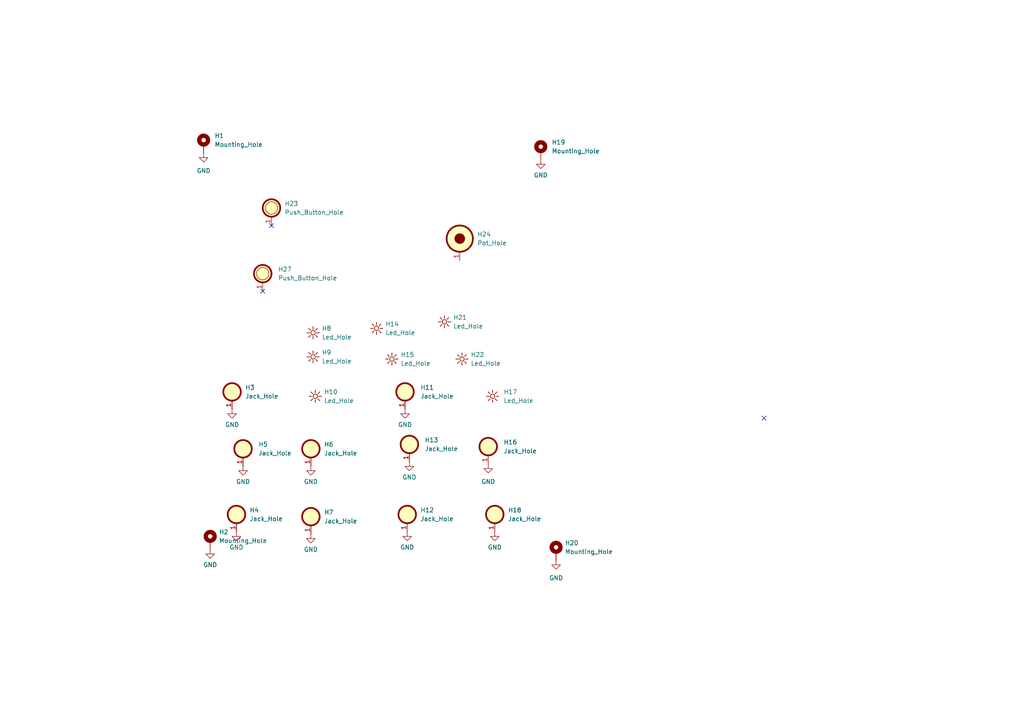
<source format=kicad_sch>
(kicad_sch (version 20211123) (generator eeschema)
  (paper "A4")
  (lib_symbols
    (symbol "Kosmo:Jack_Hole" (pin_names (offset 1.016))
      (property "Reference" "H" (at 3.81 1.27 0))
      (property "Value" "Jack_Hole" (at 7.62 -1.27 0))
      (symbol "Jack_Hole_1_1"
        (circle (center 0 0) (radius 2.54) (stroke (width 0.508)) (fill (type background)))
        (pin passive line (at 0 -5.08 90) (length 2.54) (name "~") (number "1"))
      )
    )
    (symbol "Kosmo:Led_Hole" (pin_names (offset 1.016))
      (property "Reference" "H" (at 2.413 1.397 0))
      (property "Value" "Led_Hole" (at 6.223 -1.143 0))
      (symbol "Led_Hole_1_1"
        (polyline (pts (xy -1.016 0) (xy -1.778 0)) (stroke (width 0.2032)))
        (polyline (pts (xy -0.762 -0.762) (xy -1.27 -1.27)) (stroke (width 0.2032)))
        (polyline (pts (xy -0.762 0.762) (xy -1.27 1.27)) (stroke (width 0.2032)))
        (polyline (pts (xy 0 -1.778) (xy 0 -1.016)) (stroke (width 0.2032)))
        (polyline (pts (xy 0 1.016) (xy 0 1.778)) (stroke (width 0.2032)))
        (polyline (pts (xy 1.27 -1.27) (xy 0.762 -0.762)) (stroke (width 0.2032)))
        (polyline (pts (xy 1.27 1.27) (xy 0.762 0.762)) (stroke (width 0.2032)))
        (polyline (pts (xy 1.778 0) (xy 1.016 0)) (stroke (width 0.2032)))
        (circle (center 0 0) (radius 0.635) (stroke (width 0.2032)) (fill (type background)))
      )
    )
    (symbol "Kosmo:Mounting_Hole" (pin_numbers hide) (pin_names (offset 1.016) hide)
      (property "Reference" "H" (at 0 6.35 0))
      (property "Value" "Mounting_Hole" (at 0 4.445 0))
      (symbol "Mounting_Hole_0_1"
        (circle (center 0 1.27) (radius 1.27) (stroke (width 1.27)))
      )
      (symbol "Mounting_Hole_1_1"
        (pin input line (at 0 -2.54 90) (length 2.54) (name "1") (number "1"))
      )
    )
    (symbol "Kosmo:Pot_Hole" (pin_names (offset 1.016))
      (property "Reference" "H" (at 4.826 1.397 0))
      (property "Value" "Pot_Hole" (at 8.128 -1.778 0))
      (symbol "Pot_Hole_0_1"
        (circle (center 0 0) (radius 1.27) (stroke (width 0.508)) (fill (type outline)))
        (circle (center 0 0) (radius 3.81) (stroke (width 0.508)) (fill (type background)))
      )
      (symbol "Pot_Hole_1_1"
        (pin passive line (at 0 -6.35 90) (length 2.54) (name "~") (number "1"))
      )
    )
    (symbol "Kosmo:Push_Button_Hole" (pin_names (offset 1.016))
      (property "Reference" "H" (at 3.81 1.27 0))
      (property "Value" "Push_Button_Hole" (at 7.62 -1.27 0))
      (symbol "Push_Button_Hole_0_1"
        (circle (center 0 0) (radius 1.8034) (fill (type background)))
      )
      (symbol "Push_Button_Hole_1_1"
        (circle (center 0 0) (radius 2.54) (stroke (width 0.508)) (fill (type background)))
        (pin passive line (at 0 -5.08 90) (length 2.54) (name "~") (number "1"))
      )
    )
    (symbol "power:GND" (power) (pin_names (offset 0))
      (property "Value" "GND" (at 0 -3.81 0))
      (symbol "GND_0_1"
        (polyline (pts (xy 0 0) (xy 0 -1.27) (xy 1.27 -1.27) (xy 0 -2.54) (xy -1.27 -1.27) (xy 0 -1.27)))
      )
      (symbol "GND_1_1"
        (pin power_in line (at 0 0 270) (length 0) hide (name "GND") (number "1"))
      )
    )
  )
  (no_connect (at 76.2 84.455))
  (no_connect (at 221.615 121.285))
  (no_connect (at 78.74 65.405))
  (symbol (lib_id "Kosmo:Led_Hole") (at 142.875 114.935 0) (unit 1)
    (property "Reference" "H17" (at 146.05 113.6649 0) (effects (justify left)))
    (property "Value" "Led_Hole" (at 146.05 116.2049 0) (effects (justify left)))
    (property "Footprint" "Kosmo_panel:Kosmo_LED_Hole" (effects hide))
  )
  (symbol (lib_id "Kosmo:Mounting_Hole") (at 161.29 160.02 0) (unit 1)
    (property "Reference" "H20" (at 163.83 157.4799 0) (effects (justify left)))
    (property "Value" "Mounting_Hole" (at 163.83 160.0199 0) (effects (justify left)))
    (property "Footprint" "Kosmo_panel:Kosmo_Panel_Mounting_Hole" (effects hide))
  )
  (symbol (lib_id "Kosmo:Jack_Hole") (at 68.58 149.225 0) (unit 1)
    (property "Reference" "H4" (at 72.39 147.9549 0) (effects (justify left)))
    (property "Value" "Jack_Hole" (at 72.39 150.4949 0) (effects (justify left)))
    (property "Footprint" "Kosmo_panel:Kosmo_Jack_Hole" (effects hide))
  )
  (symbol (lib_id "Kosmo:Led_Hole") (at 133.985 104.14 0) (unit 1)
    (property "Reference" "H22" (at 136.525 102.8699 0) (effects (justify left)))
    (property "Value" "Led_Hole" (at 136.525 105.4099 0) (effects (justify left)))
    (property "Footprint" "Kosmo_panel:Kosmo_LED_Hole" (effects hide))
  )
  (symbol (lib_id "power:GND") (at 90.17 154.94 0) (unit 1)
    (property "Reference" "#PWR0116" (effects hide))
    (property "Value" "GND" (at 90.17 159.385 0))
  )
  (symbol (lib_id "Kosmo:Jack_Hole") (at 70.485 130.175 0) (unit 1)
    (property "Reference" "H5" (at 74.93 128.9049 0) (effects (justify left)))
    (property "Value" "Jack_Hole" (at 74.93 131.4449 0) (effects (justify left)))
    (property "Footprint" "Kosmo_panel:Kosmo_Jack_Hole" (effects hide))
  )
  (symbol (lib_id "Kosmo:Led_Hole") (at 113.665 104.14 0) (unit 1)
    (property "Reference" "H15" (at 116.205 102.8699 0) (effects (justify left)))
    (property "Value" "Led_Hole" (at 116.205 105.4099 0) (effects (justify left)))
    (property "Footprint" "Kosmo_panel:Kosmo_LED_Hole" (effects hide))
  )
  (symbol (lib_id "Kosmo:Mounting_Hole") (at 156.845 43.815 0) (unit 1)
    (property "Reference" "H19" (at 160.02 41.2749 0) (effects (justify left)))
    (property "Value" "Mounting_Hole" (at 160.02 43.8149 0) (effects (justify left)))
    (property "Footprint" "Kosmo_panel:Kosmo_Panel_Mounting_Hole" (effects hide))
  )
  (symbol (lib_id "Kosmo:Jack_Hole") (at 117.475 113.665 0) (unit 1)
    (property "Reference" "H11" (at 121.92 112.3949 0) (effects (justify left)))
    (property "Value" "Jack_Hole" (at 121.92 114.9349 0) (effects (justify left)))
    (property "Footprint" "Kosmo_panel:Kosmo_Jack_Hole" (effects hide))
  )
  (symbol (lib_id "power:GND") (at 117.475 118.745 0) (unit 1)
    (property "Reference" "#PWR0107" (effects hide))
    (property "Value" "GND" (at 117.475 123.19 0))
  )
  (symbol (lib_id "Kosmo:Jack_Hole") (at 90.17 130.175 0) (unit 1)
    (property "Reference" "H6" (at 93.98 128.9049 0) (effects (justify left)))
    (property "Value" "Jack_Hole" (at 93.98 131.4449 0) (effects (justify left)))
    (property "Footprint" "Kosmo_panel:Kosmo_Jack_Hole" (effects hide))
  )
  (symbol (lib_id "power:GND") (at 60.96 159.385 0) (unit 1)
    (property "Reference" "#PWR0113" (effects hide))
    (property "Value" "GND" (at 60.96 163.83 0))
  )
  (symbol (lib_id "Kosmo:Jack_Hole") (at 118.11 149.225 0) (unit 1)
    (property "Reference" "H12" (at 121.92 147.9549 0) (effects (justify left)))
    (property "Value" "Jack_Hole" (at 121.92 150.4949 0) (effects (justify left)))
    (property "Footprint" "Kosmo_panel:Kosmo_Jack_Hole" (effects hide))
  )
  (symbol (lib_id "Kosmo:Push_Button_Hole") (at 76.2 79.375 0) (unit 1)
    (property "Reference" "H27" (at 80.645 78.1049 0) (effects (justify left)))
    (property "Value" "Push_Button_Hole" (at 80.645 80.6449 0) (effects (justify left)))
    (property "Footprint" "Kosmo_panel:Kosmo_Illum_Switch" (effects hide))
  )
  (symbol (lib_id "power:GND") (at 143.51 154.305 0) (unit 1)
    (property "Reference" "#PWR0110" (effects hide))
    (property "Value" "GND" (at 143.51 158.75 0))
  )
  (symbol (lib_id "Kosmo:Led_Hole") (at 109.22 95.25 0) (unit 1)
    (property "Reference" "H14" (at 111.76 93.9799 0) (effects (justify left)))
    (property "Value" "Led_Hole" (at 111.76 96.5199 0) (effects (justify left)))
    (property "Footprint" "Kosmo_panel:Kosmo_LED_Hole" (effects hide))
  )
  (symbol (lib_id "Kosmo:Mounting_Hole") (at 59.055 41.91 0) (unit 1)
    (property "Reference" "H1" (at 62.23 39.3699 0) (effects (justify left)))
    (property "Value" "Mounting_Hole" (at 62.23 41.9099 0) (effects (justify left)))
    (property "Footprint" "Kosmo_panel:Kosmo_Panel_Mounting_Hole" (effects hide))
  )
  (symbol (lib_id "power:GND") (at 90.17 135.255 0) (unit 1)
    (property "Reference" "#PWR0115" (effects hide))
    (property "Value" "GND" (at 90.17 139.7 0))
  )
  (symbol (lib_id "Kosmo:Jack_Hole") (at 141.605 129.54 0) (unit 1)
    (property "Reference" "H16" (at 146.05 128.2699 0) (effects (justify left)))
    (property "Value" "Jack_Hole" (at 146.05 130.8099 0) (effects (justify left)))
    (property "Footprint" "Kosmo_panel:Kosmo_Jack_Hole" (effects hide))
  )
  (symbol (lib_id "power:GND") (at 118.745 133.985 0) (unit 1)
    (property "Reference" "#PWR0106" (effects hide))
    (property "Value" "GND" (at 118.745 138.43 0))
  )
  (symbol (lib_id "Kosmo:Mounting_Hole") (at 60.96 156.845 0) (unit 1)
    (property "Reference" "H2" (at 63.5 154.3049 0) (effects (justify left)))
    (property "Value" "Mounting_Hole" (at 63.5 156.8449 0) (effects (justify left)))
    (property "Footprint" "Kosmo_panel:Kosmo_Panel_Mounting_Hole" (effects hide))
  )
  (symbol (lib_id "Kosmo:Led_Hole") (at 90.805 96.52 0) (unit 1)
    (property "Reference" "H8" (at 93.345 95.2499 0) (effects (justify left)))
    (property "Value" "Led_Hole" (at 93.345 97.7899 0) (effects (justify left)))
    (property "Footprint" "Kosmo_panel:Kosmo_LED_Hole" (effects hide))
  )
  (symbol (lib_id "Kosmo:Push_Button_Hole") (at 78.74 60.325 0) (unit 1)
    (property "Reference" "H23" (at 82.55 59.0549 0) (effects (justify left)))
    (property "Value" "Push_Button_Hole" (at 82.55 61.5949 0) (effects (justify left)))
    (property "Footprint" "Kosmo_panel:Kosmo_Illum_Switch" (effects hide))
  )
  (symbol (lib_id "Kosmo:Jack_Hole") (at 90.17 149.86 0) (unit 1)
    (property "Reference" "H7" (at 93.98 148.5899 0) (effects (justify left)))
    (property "Value" "Jack_Hole" (at 93.98 151.1299 0) (effects (justify left)))
    (property "Footprint" "Kosmo_panel:Kosmo_Jack_Hole" (effects hide))
  )
  (symbol (lib_id "power:GND") (at 68.58 154.305 0) (unit 1)
    (property "Reference" "#PWR0112" (effects hide))
    (property "Value" "GND" (at 68.58 158.75 0))
  )
  (symbol (lib_id "Kosmo:Led_Hole") (at 91.44 114.935 0) (unit 1)
    (property "Reference" "H10" (at 93.98 113.6649 0) (effects (justify left)))
    (property "Value" "Led_Hole" (at 93.98 116.2049 0) (effects (justify left)))
    (property "Footprint" "Kosmo_panel:Kosmo_LED_Hole" (effects hide))
  )
  (symbol (lib_id "Kosmo:Pot_Hole") (at 133.35 69.215 0) (unit 1)
    (property "Reference" "H24" (at 138.43 67.9449 0) (effects (justify left)))
    (property "Value" "Pot_Hole" (at 138.43 70.4849 0) (effects (justify left)))
    (property "Footprint" "Kosmo_panel:Kosmo_Pot_Hole" (effects hide))
  )
  (symbol (lib_id "Kosmo:Led_Hole") (at 128.905 93.345 0) (unit 1)
    (property "Reference" "H21" (at 131.445 92.0749 0) (effects (justify left)))
    (property "Value" "Led_Hole" (at 131.445 94.6149 0) (effects (justify left)))
    (property "Footprint" "Kosmo_panel:Kosmo_LED_Hole" (effects hide))
  )
  (symbol (lib_id "Kosmo:Jack_Hole") (at 118.745 128.905 0) (unit 1)
    (property "Reference" "H13" (at 123.19 127.6349 0) (effects (justify left)))
    (property "Value" "Jack_Hole" (at 123.19 130.1749 0) (effects (justify left)))
    (property "Footprint" "Kosmo_panel:Kosmo_Jack_Hole" (effects hide))
  )
  (symbol (lib_id "power:GND") (at 156.845 46.355 0) (unit 1)
    (property "Reference" "#PWR0102" (effects hide))
    (property "Value" "GND" (at 156.845 50.8 0))
  )
  (symbol (lib_id "power:GND") (at 141.605 134.62 0) (unit 1)
    (property "Reference" "#PWR0108" (effects hide))
    (property "Value" "GND" (at 141.605 139.7 0))
  )
  (symbol (lib_id "Kosmo:Led_Hole") (at 90.805 103.505 0) (unit 1)
    (property "Reference" "H9" (at 93.345 102.2349 0) (effects (justify left)))
    (property "Value" "Led_Hole" (at 93.345 104.7749 0) (effects (justify left)))
    (property "Footprint" "Kosmo_panel:Kosmo_LED_Hole" (effects hide))
  )
  (symbol (lib_id "Kosmo:Jack_Hole") (at 143.51 149.225 0) (unit 1)
    (property "Reference" "H18" (at 147.32 147.9549 0) (effects (justify left)))
    (property "Value" "Jack_Hole" (at 147.32 150.4949 0) (effects (justify left)))
    (property "Footprint" "Kosmo_panel:Kosmo_Jack_Hole" (effects hide))
  )
  (symbol (lib_id "Kosmo:Jack_Hole") (at 67.31 113.665 0) (unit 1)
    (property "Reference" "H3" (at 71.12 112.3949 0) (effects (justify left)))
    (property "Value" "Jack_Hole" (at 71.12 114.9349 0) (effects (justify left)))
    (property "Footprint" "Kosmo_panel:Kosmo_Jack_Hole" (effects hide))
  )
  (symbol (lib_id "power:GND") (at 118.11 154.305 0) (unit 1)
    (property "Reference" "#PWR0105" (effects hide))
    (property "Value" "GND" (at 118.11 158.75 0))
  )
  (symbol (lib_id "power:GND") (at 67.31 118.745 0) (unit 1)
    (property "Reference" "#PWR0103" (effects hide))
    (property "Value" "GND" (at 67.31 123.19 0))
  )
  (symbol (lib_id "power:GND") (at 70.485 135.255 0) (unit 1)
    (property "Reference" "#PWR0114" (effects hide))
    (property "Value" "GND" (at 70.485 139.7 0))
  )
  (symbol (lib_id "power:GND") (at 59.055 44.45 0) (unit 1)
    (property "Reference" "#PWR0118" (effects hide))
    (property "Value" "GND" (at 59.055 49.53 0))
  )
  (symbol (lib_id "power:GND") (at 161.29 162.56 0) (unit 1)
    (property "Reference" "#PWR0111" (effects hide))
    (property "Value" "GND" (at 161.29 167.64 0))
  )
)
</source>
